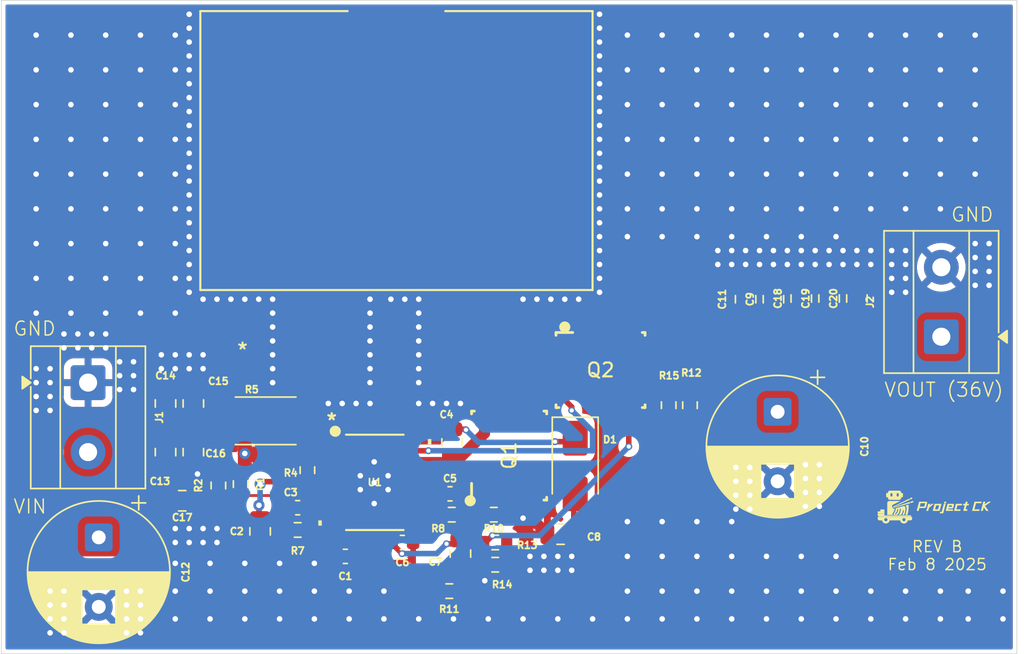
<source format=kicad_pcb>
(kicad_pcb (version 20241229) (generator "pcbnew") (generator_version "9.0")
  (title_block (title "15-22V Boost converter") (date "2026-02-08") (rev "B"))
  (layers (0 "F.Cu" signal) (4 "In1.Cu" signal) (6 "In2.Cu" signal) (2 "B.Cu" signal) (13 "F.Paste" user) (15 "B.Paste" user) (5 "F.SilkS" user "F.Silkscreen") (7 "B.SilkS" user "B.Silkscreen") (1 "F.Mask" user) (3 "B.Mask" user) (25 "Edge.Cuts" user))
  (property "PROJECTNAME" "")
  (property "SHEETTOTAL" "1")
  (net 0 "")
  (net 1 "/SW")
  (net 2 "GND")
  (net 3 "/LO")
  (net 4 "+36V")
  (net 5 "/HO")
  (net 6 "+18V")
  (net 7 "/VIN")
  (net 8 "/SS")
  (net 9 "/BST")
  (net 10 "/RES")
  (net 11 "/COMP")
  (net 12 "FB")
  (net 13 "Net-(C7-Pad1)")
  (net 14 "/VCC")
  (net 15 "/UVLO")
  (net 16 "/SYNCIN")
  (net 17 "Net-(R10-Pad1)")
  (net 18 "/SLOPE")
  (net 19 "Net-(R13-Pad2)")
  (net 20 "/CSN")
  (footprint "Resistor_SMD:R_0603_1608Metric" (layer "F.Cu") (at 175.5 150.6 180)
    (property "Reference" "R14")
    (property "Value" "1.5kΩ")
  )
  (footprint "Capacitor_SMD:C_0805_2012Metric" (layer "F.Cu") (at 197.5 131.45 90)
    (property "Reference" "C18")
    (property "Value" "10uF")
  )
  (footprint "TerminalBlock_MetzConnect:TerminalBlock_MetzConnect_Type055_RT01502HDWU_1x02_P5.00mm_Horizontal" (layer "F.Cu") (at 207.5675 134.2 90)
    (property "Reference" "J2")
    (property "Value" "Conn_01x02_Socket")
  )
  (footprint "Capacitor_SMD:C_0805_2012Metric" (layer "F.Cu") (at 153.8 142.5 -90)
    (property "Reference" "C16")
    (property "Value" "10uF")
  )
  (footprint "Resistor_SMD:R_0603_1608Metric" (layer "F.Cu") (at 175.5 149)
    (property "Reference" "R13")
    (property "Value" "100Ω")
  )
  (footprint "Resistor_SMD:R_2512_6332Metric" (layer "F.Cu") (at 159 140.25)
    (property "Reference" "R5")
    (property "Value" "2mΩ")
  )
  (footprint "Capacitor_SMD:C_0805_2012Metric" (layer "F.Cu") (at 153.8 139 90)
    (property "Reference" "C15")
    (property "Value" "10uF")
  )
  (footprint "Resistor_SMD:R_0603_1608Metric" (layer "F.Cu") (at 172.2 152.5)
    (property "Reference" "R11")
    (property "Value" "12kΩ")
  )
  (footprint "Capacitor_SMD:C_0603_1608Metric" (layer "F.Cu") (at 161.3 146.5)
    (property "Reference" "C3")
    (property "Value" "220nF")
  )
  (footprint "Capacitor_SMD:C_0603_1608Metric" (layer "F.Cu") (at 164.725 150 180)
    (property "Reference" "C1")
    (property "Value" "150pF")
  )
  (footprint "Resistor_SMD:R_0603_1608Metric" (layer "F.Cu") (at 161.3 148.1)
    (property "Reference" "R7")
    (property "Value" "56kΩ")
  )
  (footprint "Capacitor_SMD:C_0805_2012Metric" (layer "F.Cu") (at 172.4 141.8 -90)
    (property "Reference" "C4")
    (property "Value" "1uF")
  )
  (footprint "Resistor_SMD:R_0603_1608Metric" (layer "F.Cu") (at 187.97 139.125 -90)
    (property "Reference" "R15")
    (property "Value" "270kΩ")
  )
  (footprint "Capacitor_SMD:C_0805_2012Metric" (layer "F.Cu") (at 199.5 131.45 90)
    (property "Reference" "C19")
    (property "Value" "10uF")
  )
  (footprint "Capacitor_SMD:C_0805_2012Metric" (layer "F.Cu") (at 195.5 131.5 90)
    (property "Reference" "C9")
    (property "Value" "10uF")
  )
  (footprint "Resistor_SMD:R_0603_1608Metric" (layer "F.Cu") (at 172.375 147)
    (property "Reference" "R8")
    (property "Value" "160kΩ")
  )
  (footprint "Resistor_SMD:R_0603_1608Metric" (layer "F.Cu") (at 175.4 147)
    (property "Reference" "R10")
    (property "Value" "2kΩ")
  )
  (footprint "Resistor_SMD:R_0603_1608Metric" (layer "F.Cu") (at 155.6 144.9 90)
    (property "Reference" "R2")
    (property "Value" "5.1kΩ")
  )
  (footprint "Resistor_SMD:R_0603_1608Metric" (layer "F.Cu") (at 162 143.8 -90)
    (property "Reference" "R4")
    (property "Value" "3.01Ω")
  )
  (footprint "Capacitor_SMD:C_0805_2012Metric" (layer "F.Cu") (at 151.8 139 90)
    (property "Reference" "C14")
    (property "Value" "10uF")
  )
  (footprint "Capacitor_SMD:C_0603_1608Metric" (layer "F.Cu") (at 172.25 145.5)
    (property "Reference" "C5")
    (property "Value" "470nF")
  )
  (footprint "Boost_Converter_Footprint_Library:HTSSOP20" (layer "F.Cu") (at 166.8448 144.675)
    (property "Reference" "U1")
    (property "Value" "LM5122QMHX/NOPB")
  )
  (footprint "Capacitor_THT:CP_Radial_D10.0mm_P5.00mm" (layer "F.Cu") (at 195.8 139.6 -90)
    (property "Reference" "C10")
    (property "Value" "470uF")
  )
  (footprint "Capacitor_SMD:C_0805_2012Metric" (layer "F.Cu") (at 151.8 142.5 -90)
    (property "Reference" "C13")
    (property "Value" "10uF")
  )
  (footprint "LOGO" (layer "F.Cu") (at 207 146)
    (property "Reference" "G***" (hide yes))
    (property "Value" "LOGO" (hide yes))
  )
  (footprint "Boost_Converter_Footprint_Library:DNK0008A" (layer "F.Cu") (at 176.5 142.75 90)
    (property "Reference" "Q1")
    (property "Value" "CSD18540Q5B")
  )
  (footprint "Capacitor_SMD:C_0603_1608Metric" (layer "F.Cu") (at 168.825 149 180)
    (property "Reference" "C6")
    (property "Value" "680pF")
  )
  (footprint "Capacitor_SMD:C_0805_2012Metric" (layer "F.Cu") (at 158.6 148.2 90)
    (property "Reference" "C2")
    (property "Value" "470nF")
  )
  (footprint "Capacitor_SMD:C_0805_2012Metric" (layer "F.Cu") (at 180.2 148.4 180)
    (property "Reference" "C8")
    (property "Value" "10uF")
  )
  (footprint "Resistor_SMD:R_0603_1608Metric" (layer "F.Cu") (at 189.5 139.125 -90)
    (property "Reference" "R12")
    (property "Value" "56kΩ")
  )
  (footprint "Capacitor_THT:CP_Radial_D10.0mm_P5.00mm" (layer "F.Cu") (at 147 148.632323 -90)
    (property "Reference" "C12")
    (property "Value" "470uF")
  )
  (footprint "Boost_Converter_Footprint_Library:DNK0008A" (layer "F.Cu") (at 183.069999 136.595)
    (property "Reference" "Q2")
    (property "Value" "CSD18540Q5B")
  )
  (footprint "Diode_SMD:D_SMA" (layer "F.Cu") (at 181.25 143.5 -90)
    (property "Reference" "D1")
    (property "Value" "D_Schottky")
  )
  (footprint "Capacitor_SMD:C_0805_2012Metric" (layer "F.Cu") (at 153 146)
    (property "Reference" "C17")
    (property "Value" "10uF")
  )
  (footprint "Capacitor_SMD:C_0805_2012Metric" (layer "F.Cu") (at 193.5 131.5 90)
    (property "Reference" "C11")
    (property "Value" "10uF")
  )
  (footprint "Resistor_SMD:R_0603_1608Metric" (layer "F.Cu") (at 157.2 144.8 -90)
    (property "Reference" "R1")
    (property "Value" "49.9kΩ")
  )
  (footprint "Capacitor_SMD:C_0805_2012Metric" (layer "F.Cu") (at 173 149.8 90)
    (property "Reference" "C7")
    (property "Value" "47nF")
  )
  (footprint "TerminalBlock_MetzConnect:TerminalBlock_MetzConnect_Type055_RT01502HDWU_1x02_P5.00mm_Horizontal" (layer "F.Cu") (at 146.2325 137.5 -90)
    (property "Reference" "J1")
    (property "Value" "Conn_01x02_Socket")
  )
  (footprint "Boost_Converter_Footprint_Library:IND_SER2918H_COC" (layer "F.Cu") (at 168.4 120.8063)
    (property "Reference" "L1" (hide yes))
    (property "Value" "22uH" (hide yes))
  )
  (footprint "Capacitor_SMD:C_0805_2012Metric" (layer "F.Cu") (at 201.5 131.45 90)
    (property "Reference" "C20")
    (property "Value" "10uF")
  )
  (gr_circle (center 180.5 133.5) (end 180.8 133.5) (stroke (width 0.2)) (fill yes) (layer "F.SilkS"))
  (gr_circle (center 164 141) (end 164.3 141) (stroke (width 0.2)) (fill yes) (layer "F.SilkS"))
  (gr_circle (center 173.7 146) (end 174 146) (stroke (width 0.2)) (fill yes) (layer "F.SilkS"))
  (gr_line (start 140 110) (end 140 157) (stroke (width 0.05)) (layer "Edge.Cuts"))
  (gr_line (start 140 157) (end 213 157) (stroke (width 0.05)) (layer "Edge.Cuts"))
  (gr_line (start 213 110) (end 140 110) (stroke (width 0.05)) (layer "Edge.Cuts"))
  (gr_line (start 213 157) (end 213 110) (stroke (width 0.05)) (layer "Edge.Cuts"))
  (gr_text "REV B\nFeb 8 2025" (at 207.2715 151.054636 0) (layer "F.SilkS") (effects (font (size 0.8 0.8) (thickness 0.1)) (justify bottom)))
  (gr_text "GND" (at 208.2 126 0) (layer "F.SilkS") (effects (font (size 1 1) (thickness 0.1)) (justify left bottom)))
  (gr_text "GND" (at 140.8 134.2 0) (layer "F.SilkS") (effects (font (size 1 1) (thickness 0.1)) (justify left bottom)))
  (gr_text "VIN" (at 140.8 147 0) (layer "F.SilkS") (effects (font (size 1 1) (thickness 0.1)) (justify left bottom)))
  (gr_text "VOUT (36V)" (at 203.4 138.6 0) (layer "F.SilkS") (effects (font (size 1 1) (thickness 0.1)) (justify left bottom)))
  (segment (start 172.199998 143.050002) (end 172.4 142.85) (width 0.4) (layer "F.Cu") (net 1))
  (segment (start 172.099998 143.050002) (end 172.4 142.75) (width 0.4) (layer "F.Cu") (net 1))
  (segment (start 169.6896 143.050002) (end 172.099998 143.050002) (width 0.4) (layer "F.Cu") (net 1))
  (segment (start 173.125 142.75) (end 174.73 141.145) (width 0.8) (layer "F.Cu") (net 1))
  (segment (start 172.4 142.75) (end 173.125 142.75) (width 0.8) (layer "F.Cu") (net 1))
  (segment (start 174.73 141.145) (end 174.73 140.110002) (width 0.8) (layer "F.Cu") (net 1))
  (segment (start 174.575 150.6) (end 174.575 151.575) (width 0.8) (layer "F.Cu") (net 2))
  (segment (start 167.169801 145.000001) (end 166.8448 144.675) (width 0.4) (layer "F.Cu") (net 2))
  (segment (start 160.475 150.025) (end 160 150.5) (width 0.4) (layer "F.Cu") (net 2))
  (segment (start 160.525 148.05) (end 160.475 148.1) (width 0.4) (layer "F.Cu") (net 2))
  (segment (start 178.1 147.25) (end 179.25 148.4) (width 0.8) (layer "F.Cu") (net 2))
  (segment (start 169.6896 145.000001) (end 167.169801 145.000001) (width 0.4) (layer "F.Cu") (net 2))
  (segment (start 160.525 146.5) (end 160.525 148.05) (width 0.4) (layer "F.Cu") (net 2))
  (segment (start 169.6896 146.300001) (end 168.469801 146.300001) (width 0.4) (layer "F.Cu") (net 2))
  (segment (start 166.8448 144.133601) (end 165.1112 142.400001) (width 0.4) (layer "F.Cu") (net 2))
  (segment (start 160.475 148.1) (end 160.475 150.025) (width 0.4) (layer "F.Cu") (net 2))
  (segment (start 174.575 151.575) (end 174.75 151.75) (width 0.8) (layer "F.Cu") (net 2))
  (segment (start 165.1112 142.400001) (end 164 142.400001) (width 0.4) (layer "F.Cu") (net 2))
  (segment (start 166.8448 144.675) (end 166.8448 144.133601) (width 0.4) (layer "F.Cu") (net 2))
  (segment (start 164 141.75) (end 164.5334 141.75) (width 0.4) (layer "F.Cu") (net 2))
  (segment (start 164 146.949999) (end 165.1112 146.949999) (width 0.4) (layer "F.Cu") (net 2))
  (segment (start 164.5334 141.75) (end 166.8448 144.0614) (width 0.4) (layer "F.Cu") (net 2))
  (segment (start 177.5 147.25) (end 178.1 147.25) (width 0.8) (layer "F.Cu") (net 2))
  (segment (start 165.1112 146.949999) (end 166.8 145.261199) (width 0.4) (layer "F.Cu") (net 2))
  (segment (start 166.8448 144.0614) (end 166.8448 144.675) (width 0.4) (layer "F.Cu") (net 2))
  (segment (start 168.469801 146.300001) (end 166.8448 144.675) (width 0.4) (layer "F.Cu") (net 2))
  (segment (start 155.8 144.075) (end 154.1 144.075) (width 0.4) (layer "F.Cu") (net 2))
  (segment (start 166.8 145.261199) (end 166.8 144.7) (width 0.4) (layer "F.Cu") (net 2))
  (via (at 200 127) (size 0.8) (drill 0.4) (layers "F.Cu" "B.Cu") (net 2))
  (via (at 187.5 147.5) (size 0.8) (drill 0.4) (layers "F.Cu" "B.Cu") (net 2))
  (via (at 152.5 120) (size 0.8) (drill 0.4) (layers "F.Cu" "B.Cu") (net 2))
  (via (at 187.5 154.5) (size 0.8) (drill 0.4) (layers "F.Cu" "B.Cu") (net 2))
  (via (at 183 130) (size 0.8) (drill 0.4) (layers "F.Cu" "B.Cu") (net 2))
  (via (at 210 117.5) (size 0.8) (drill 0.4) (layers "F.Cu" "B.Cu") (net 2))
  (via (at 183 114) (size 0.8) (drill 0.4) (layers "F.Cu" "B.Cu") (net 2))
  (via (at 183 117) (size 0.8) (drill 0.4) (layers "F.Cu" "B.Cu") (net 2))
  (via (at 195.5 128) (size 0.8) (drill 0.4) (layers "F.Cu" "B.Cu") (net 2))
  (via (at 167.5 152.5) (size 0.8) (drill 0.4) (layers "F.Cu" "B.Cu") (net 2))
  (via (at 190 150) (size 0.8) (drill 0.4) (layers "F.Cu" "B.Cu") (net 2))
  (via (at 192.5 125) (size 0.8) (drill 0.4) (layers "F.Cu" "B.Cu") (net 2))
  (via (at 200 154.5) (size 0.8) (drill 0.4) (layers "F.Cu" "B.Cu") (net 2))
  (via (at 149 154.5) (size 0.8) (drill 0.4) (layers "F.Cu" "B.Cu") (net 2))
  (via (at 183 116) (size 0.8) (drill 0.4) (layers "F.Cu" "B.Cu") (net 2))
  (via (at 145 122.5) (size 0.8) (drill 0.4) (layers "F.Cu" "B.Cu") (net 2))
  (via (at 155.5 149) (size 0.8) (drill 0.4) (layers "F.Cu" "B.Cu") (net 2))
  (via (at 147.5 117.5) (size 0.8) (drill 0.4) (layers "F.Cu" "B.Cu") (net 2))
  (via (at 210 122.5) (size 0.8) (drill 0.4) (layers "F.Cu" "B.Cu") (net 2))
  (via (at 145 112.5) (size 0.8) (drill 0.4) (layers "F.Cu" "B.Cu") (net 2))
  (via (at 197.8 146.4) (size 0.8) (drill 0.4) (layers "F.Cu" "B.Cu") (net 2))
  (via (at 144.5 135) (size 0.8) (drill 0.4) (layers "F.Cu" "B.Cu") (net 2))
  (via (at 164.5 139) (size 0.8) (drill 0.4) (layers "F.Cu" "B.Cu") (net 2))
  (via (at 177.5 154.5) (size 0.8) (drill 0.4) (layers "F.Cu" "B.Cu") (net 2))
  (via (at 211 129.5) (size 0.8) (drill 0.4) (layers "F.Cu" "B.Cu") (net 2))
  (via (at 145 130) (size 0.8) (drill 0.4) (layers "F.Cu" "B.Cu") (net 2))
  (via (at 192.5 147.5) (size 0.8) (drill 0.4) (layers "F.Cu" "B.Cu") (net 2))
  (via (at 145 125) (size 0.8) (drill 0.4) (layers "F.Cu" "B.Cu") (net 2))
  (via (at 182.5 154.5) (size 0.8) (drill 0.4) (layers "F.Cu" "B.Cu") (net 2))
  (via (at 193.8 143.6) (size 0.8) (drill 0.4) (layers "F.Cu" "B.Cu") (net 2))
  (via (at 211 127.5) (size 0.8) (drill 0.4) (layers "F.Cu" "B.Cu") (net 2))
  (via (at 175 154.5) (size 0.8) (drill 0.4) (layers "F.Cu" "B.Cu") (net 2))
  (via (at 158.5 131.5) (size 0.8) (drill 0.4) (layers "F.Cu" "B.Cu") (net 2))
  (via (at 195 115) (size 0.8) (drill 0.4) (layers "F.Cu" "B.Cu") (net 2))
  (via (at 197.5 128) (size 0.8) (drill 0.4) (layers "F.Cu" "B.Cu") (net 2))
  (via (at 200.5 129) (size 0.8) (drill 0.4) (layers "F.Cu" "B.Cu") (net 2))
  (via (at 205 112.5) (size 0.8) (drill 0.4) (layers "F.Cu" "B.Cu") (net 2))
  (via (at 177.5 131.5) (size 0.8) (drill 0.4) (layers "F.Cu" "B.Cu") (net 2))
  (via (at 207.5 120) (size 0.8) (drill 0.4) (layers "F.Cu" "B.Cu") (net 2))
  (via (at 152.5 122.5) (size 0.8) (drill 0.4) (layers "F.Cu" "B.Cu") (net 2))
  (via (at 210 112.5) (size 0.8) (drill 0.4) (layers "F.Cu" "B.Cu") (net 2))
  (via (at 154.5 135.5) (size 0.8) (drill 0.4) (layers "F.Cu" "B.Cu") (net 2))
  (via (at 200 125) (size 0.8) (drill 0.4) (layers "F.Cu" "B.Cu") (net 2))
  (via (at 201.5 128) (size 0.8) (drill 0.4) (layers "F.Cu" "B.Cu") (net 2))
  (via (at 195.5 129) (size 0.8) (drill 0.4) (layers "F.Cu" "B.Cu") (net 2))
  (via (at 146.5 134) (size 0.8) (drill 0.4) (layers "F.Cu" "B.Cu") (net 2))
  (via (at 159.5 134.5) (size 0.8) (drill 0.4) (layers "F.Cu" "B.Cu") (net 2))
  (via (at 192.5 120) (size 0.8) (drill 0.4) (layers "F.Cu" "B.Cu") (net 2))
  (via (at 165 154.5) (size 0.8) (drill 0.4) (layers "F.Cu" "B.Cu") (net 2))
  (via (at 195 117.5) (size 0.8) (drill 0.4) (layers "F.Cu" "B.Cu") (net 2))
  (via (at 171 139) (size 0.8) (drill 0.4) (layers "F.Cu" "B.Cu") (net 2))
  (via (at 185 115) (size 0.8) (drill 0.4) (layers "F.Cu" "B.Cu") (net 2))
  (via (at 153.5 131) (size 0.8) (drill 0.4) (layers "F.Cu" "B.Cu") (net 2))
  (via (at 209.5 152.5) (size 0.8) (drill 0.4) (layers "F.Cu" "B.Cu") (net 2))
  (via (at 154.5 149) (size 0.8) (drill 0.4) (layers "F.Cu" "B.Cu") (net 2))
  (via (at 199.5 129) (size 0.8) (drill 0.4) (layers "F.Cu" "B.Cu") (net 2))
  (via (at 200 115) (size 0.8) (drill 0.4) (layers "F.Cu" "B.Cu") (net 2))
  (via (at 187.5 125) (size 0.8) (drill 0.4) (layers "F.Cu" "B.Cu") (net 2))
  (via (at 168 131.5) (size 0.8) (drill 0.4) (layers "F.Cu" "B.Cu") (net 2))
  (via (at 148.5 138) (size 0.8) (drill 0.4) (layers "F.Cu" "B.Cu") (net 2))
  (via (at 185 127) (size 0.8) (drill 0.4) (layers "F.Cu" "B.Cu") (net 2))
  (via (at 187.5 120) (size 0.8) (drill 0.4) (layers "F.Cu" "B.Cu") (net 2))
  (via (at 174.75 151.75) (size 0.8) (drill 0.4) (layers "F.Cu" "B.Cu") (net 2))
  (via (at 166.5 131.5) (size 0.8) (drill 0.4) (layers "F.Cu" "B.Cu") (net 2))
  (via (at 147.5 132.5) (size 0.8) (drill 0.4) (layers "F.Cu" "B.Cu") (net 2))
  (via (at 152.5 148) (size 0.8) (drill 0.4) (layers "F.Cu" "B.Cu") (net 2))
  (via (at 197.8 145.4) (size 0.8) (drill 0.4) (layers "F.Cu" "B.Cu") (net 2))
  (via (at 183 127) (size 0.8) (drill 0.4) (layers "F.Cu" "B.Cu") (net 2))
  (via (at 183 131) (size 0.8) (drill 0.4) (layers "F.Cu" "B.Cu") (net 2))
  (via (at 198.8 146.4) (size 0.8) (drill 0.4) (layers "F.Cu" "B.Cu") (net 2))
  (via (at 159.5 137.5) (size 0.8) (drill 0.4) (layers "F.Cu" "B.Cu") (net 2))
  (via (at 202.5 128) (size 0.8) (drill 0.4) (layers "F.Cu" "B.Cu") (net 2))
  (via (at 192.8 144.6) (size 0.8) (drill 0.4) (layers "F.Cu" "B.Cu") (net 2))
  (via (at 143.5 138.5) (size 0.8) (drill 0.4) (layers "F.Cu" "B.Cu") (net 2))
  (via (at 153.5 117) (size 0.8) (drill 0.4) (layers "F.Cu" "B.Cu") (net 2))
  (via (at 198.8 145.4) (size 0.8) (drill 0.4) (layers "F.Cu" "B.Cu") (net 2))
  (via (at 185 154.5) (size 0.8) (drill 0.4) (layers "F.Cu" "B.Cu") (net 2))
  (via (at 145.5 134) (size 0.8) (drill 0.4) (layers "F.Cu" "B.Cu") (net 2))
  (via (at 190 120) (size 0.8) (drill 0.4) (layers "F.Cu" "B.Cu") (net 2))
  (via (at 205 131) (size 0.8) (drill 0.4) (layers "F.Cu" "B.Cu") (net 2))
  (via (at 192.5 128) (size 0.8) (drill 0.4) (layers "F.Cu" "B.Cu") (net 2))
  (via (at 152.5 117.5) (size 0.8) (drill 0.4) (layers "F.Cu" "B.Cu") (net 2))
  (via (at 205 115) (size 0.8) (drill 0.4) (layers "F.Cu" "B.Cu") (net 2))
  (via (at 152.5 125) (size 0.8) (drill 0.4) (layers "F.Cu" "B.Cu") (net 2))
  (via (at 142.5 132.5) (size 0.8) (drill 0.4) (layers "F.Cu" "B.Cu") (net 2))
  (via (at 205 152.5) (size 0.8) (drill 0.4) (layers "F.Cu" "B.Cu") (net 2))
  (via (at 170 154.5) (size 0.8) (drill 0.4) (layers "F.Cu" "B.Cu") (net 2))
  (via (at 205 154.5) (size 0.8) (drill 0.4) (layers "F.Cu" "B.Cu") (net 2))
  (via (at 152.5 149) (size 0.8) (drill 0.4) (layers "F.Cu" "B.Cu") (net 2))
  (via (at 153.5 116) (size 0.8) (drill 0.4) (layers "F.Cu" "B.Cu") (net 2))
  (via (at 149 152.5) (size 0.8) (drill 0.4) (layers "F.Cu" "B.Cu") (net 2))
  (via (at 195 152.5) (size 0.8) (drill 0.4) (layers "F.Cu" "B.Cu") (net 2))
  (via (at 197.5 152.5) (size 0.8) (drill 0.4) (layers "F.Cu" "B.Cu") (net 2))
  (via (at 147.5 130) (size 0.8) (drill 0.4) (layers "F.Cu" "B.Cu") (net 2))
  (via (at 192.5 152.5) (size 0.8) (drill 0.4) (layers "F.Cu" "B.Cu") (net 2))
  (via (at 147.5 125) (size 0.8) (drill 0.4) (layers "F.Cu" "B.Cu") (net 2))
  (via (at 192.8 143.6) (size 0.8) (drill 0.4) (layers "F.Cu" "B.Cu") (net 2))
  (via (at 183 123) (size 0.8) (drill 0.4) (layers "F.Cu" "B.Cu") (net 2))
  (via (at 166.5 132.5) (size 0.8) (drill 0.4) (layers "F.Cu" "B.Cu") (net 2))
  (via (at 154.5 136.5) (size 0.8) (drill 0.4) (layers "F.Cu" "B.Cu") (net 2))
  (via (at 205 120) (size 0.8) (drill 0.4) (layers "F.Cu" "B.Cu") (net 2))
  (via (at 183 124) (size 0.8) (drill 0.4) (layers "F.Cu" "B.Cu") (net 2))
  (via (at 152.5 112.5) (size 0.8) (drill 0.4) (layers "F.Cu" "B.Cu") (net 2))
  (via (at 144.5 153.5) (size 0.8) (drill 0.4) (layers "F.Cu" "B.Cu") (net 2))
  (via (at 210 120) (size 0.8) (drill 0.4) (layers "F.Cu" "B.Cu") (net 2))
  (via (at 147.5 122.5) (size 0.8) (drill 0.4) (layers "F.Cu" "B.Cu") (net 2))
  (via (at 179 151) (size 0.8) (drill 0.4) (layers "F.Cu" "B.Cu") (net 2))
  (via (at 185 150) (size 0.8) (drill 0.4) (layers "F.Cu" "B.Cu") (net 2))
  (via (at 202.5 125) (size 0.8) (drill 0.4) (layers "F.Cu" "B.Cu") (net 2))
  (via (at 202.5 117.5) (size 0.8) (drill 0.4) (layers "F.Cu" "B.Cu") (net 2))
  (via (at 197.5 122.5) (size 0.8) (drill 0.4) (layers "F.Cu" "B.Cu") (net 2))
  (via (at 153.5 113) (size 0.8) (drill 0.4) (layers "F.Cu" "B.Cu") (net 2))
  (via (at 195 127) (size 0.8) (drill 0.4) (layers "F.Cu" "B.Cu") (net 2))
  (via (at 185 147.5) (size 0.8) (drill 0.4) (layers "F.Cu" "B.Cu") (net 2))
  (via (at 153.5 119) (size 0.8) (drill 0.4) (layers "F.Cu" "B.Cu") (net 2))
  (via (at 183 129) (size 0.8) (drill 0.4) (layers "F.Cu" "B.Cu") (net 2))
  (via (at 209.5 154.5) (size 0.8) (drill 0.4) (layers "F.Cu" "B.Cu") (net 2))
  (via (at 170 139) (size 0.8) (drill 0.4) (layers "F.Cu" "B.Cu") (net 2))
  (via (at 193.8 145.6) (size 0.8) (drill 0.4) (layers "F.Cu" "B.Cu") (net 2))
  (via (at 145.5 135) (size 0.8) (drill 0.4) (layers "F.Cu" "B.Cu") (net 2))
  (via (at 192.5 154.5) (size 0.8) (drill 0.4) (layers "F.Cu" "B.Cu") (net 2))
  (via (at 183 119) (size 0.8) (drill 0.4) (layers "F.Cu" "B.Cu") (net 2))
  (via (at 153.5 122) (size 0.8) (drill 0.4) (layers "F.Cu" "B.Cu") (net 2))
  (via (at 152.5 135.5) (size 0.8) (drill 0.4) (layers "F.Cu" "B.Cu") (net 2))
  (via (at 148.5 137) (size 0.8) (drill 0.4) (layers "F.Cu" "B.Cu") (net 2))
  (via (at 167.8 144.2) (size 0.8) (drill 0.4) (layers "F.Cu" "B.Cu") (net 2))
  (via (at 153.5 118) (size 0.8) (drill 0.4) (layers "F.Cu" "B.Cu") (net 2))
  (via (at 147.5 115) (size 0.8) (drill 0.4) (layers "F.Cu" "B.Cu") (net 2))
  (via (at 192.5 150) (size 0.8) (drill 0.4) (layers "F.Cu" "B.Cu") (net 2))
  (via (at 149 155.5) (size 0.8) (drill 0.4) (layers "F.Cu" "B.Cu") (net 2))
  (via (at 166.5 133.5) (size 0.8) (drill 0.4) (layers "F.Cu" "B.Cu") (net 2))
  (via (at 177.5 147.25) (size 0.8) (drill 0.4) (layers "F.Cu" "B.Cu") (net 2))
  (via (at 197.5 154.5) (size 0.8) (drill 0.4) (layers "F.Cu" "B.Cu") (net 2))
  (via (at 149.5 138) (size 0.8) (drill 0.4) (layers "F.Cu" "B.Cu") (net 2))
  (via (at 185 117.5) (size 0.8) (drill 0.4) (layers "F.Cu" "B.Cu") (net 2))
  (via (at 142.5 112.5) (size 0.8) (drill 0.4) (layers "F.Cu" "B.Cu") (net 2))
  (via (at 197.5 129) (size 0.8) (drill 0.4) (layers "F.Cu" "B.Cu") (net 2))
  (via (at 160 150.5) (size 0.8) (drill 0.4) (layers "F.Cu" "B.Cu") (net 2))
  (via (at 190 127) (size 0.8) (drill 0.4) (layers "F.Cu" "B.Cu") (net 2))
  (via (at 190 147.5) (size 0.8) (drill 0.4) (layers "F.Cu" "B.Cu") (net 2))
  (via (at 162.5 152.5) (size 0.8) (drill 0.4) (layers "F.Cu" "B.Cu") (net 2))
  (via (at 195 125) (size 0.8) (drill 0.4) (layers "F.Cu" "B.Cu") (net 2))
  (via (at 153.5 149) (size 0.8) (drill 0.4) (layers "F.Cu" "B.Cu") (net 2))
  (via (at 212 154.5) (size 0.8) (drill 0.4) (layers "F.Cu" "B.Cu") (net 2))
  (via (at 145 120) (size 0.8) (drill 0.4) (layers "F.Cu" "B.Cu") (net 2))
  (via (at 155 154.5) (size 0.8) (drill 0.4) (layers "F.Cu" "B.Cu") (net 2))
  (via (at 152.5 136.5) (size 0.8) (drill 0.4) (layers "F.Cu" "B.Cu") (net 2))
  (via (at 152.5 130) (size 0.8) (drill 0.4) (layers "F.Cu" "B.Cu") (net 2))
  (via (at 143.5 137.5) (size 0.8) (drill 0.4) (layers "F.Cu" "B.Cu") (net 2))
  (via (at 159.5 131.5) (size 0.8) (drill 0.4) (layers "F.Cu" "B.Cu") (net 2))
  (via (at 145 132.5) (size 0.8) (drill 0.4) (layers "F.Cu" "B.Cu") (net 2))
  (via (at 153.5 130) (size 0.8) (drill 0.4) (layers "F.Cu" "B.Cu") (net 2))
  (via (at 202.5 120) (size 0.8) (drill 0.4) (layers "F.Cu" "B.Cu") (net 2))
  (via (at 205 122.5) (size 0.8) (drill 0.4) (layers "F.Cu" "B.Cu") (net 2))
  (via (at 145 115) (size 0.8) (drill 0.4) (layers "F.Cu" "B.Cu") (net 2))
  (via (at 197.5 115) (size 0.8) (drill 0.4) (layers "F.Cu" "B.Cu") (net 2))
  (via (at 205 117.5) (size 0.8) (drill 0.4) (layers "F.Cu" "B.Cu") (net 2))
  (via (at 150 112.5) (size 0.8) (drill 0.4) (layers "F.Cu" "B.Cu") (net 2))
  (via (at 143.5 152.5) (size 0.8) (drill 0.4) (layers "F.Cu" "B.Cu") (net 2))
  (via (at 198.5 128) (size 0.8) (drill 0.4) (layers "F.Cu" "B.Cu") (net 2))
  (via (at 153.5 135.5) (size 0.8) (drill 0.4) (layers "F.Cu" "B.Cu") (net 2))
  (via (at 202.5 154.5) (size 0.8) (drill 0.4) (layers "F.Cu" "B.Cu") (net 2))
  (via (at 170 132.5) (size 0.8) (drill 0.4) (layers "F.Cu" "B.Cu") (net 2))
  (via (at 195 122.5) (size 0.8) (drill 0.4) (layers "F.Cu" "B.Cu") (net 2))
  (via (at 183 118) (size 0.8) (drill 0.4) (layers "F.Cu" "B.Cu") (net 2))
  (via (at 181 151) (size 0.8) (drill 0.4) (layers "F.Cu" "B.Cu") (net 2))
  (via (at 193.8 144.6) (size 0.8) (drill 0.4) (layers "F.Cu" "B.Cu") (net 2))
  (via (at 142.5 125) (size 0.8) (drill 0.4) (layers "F.Cu" "B.Cu") (net 2))
  (via (at 181.5 131.5) (size 0.8) (drill 0.4) (layers "F.Cu" "B.Cu") (net 2))
  (via (at 197.5 127) (size 0.8) (drill 0.4) (layers "F.Cu" "B.Cu") (net 2))
  (via (at 149.5 136) (size 0.8) (drill 0.4) (layers "F.Cu" "B.Cu") (net 2))
  (via (at 180.5 131.5) (size 0.8) (drill 0.4) (layers "F.Cu" "B.Cu") (net 2))
  (via (at 147.5 112.5) (size 0.8) (drill 0.4) (layers "F.Cu" "B.Cu") (net 2))
  (via (at 187.5 117.5) (size 0.8) (drill 0.4) (layers "F.Cu" "B.Cu") (net 2))
  (via (at 153.5 111) (size 0.8) (drill 0.4) (layers "F.Cu" "B.Cu") (net 2))
  (via (at 170 135.5) (size 0.8) (drill 0.4) (layers "F.Cu" "B.Cu") (net 2))
  (via (at 200 112.5) (size 0.8) (drill 0.4) (layers "F.Cu" "B.Cu") (net 2))
  (via (at 204 129) (size 0.8) (drill 0.4) (layers "F.Cu" "B.Cu") (net 2))
  (via (at 183 121) (size 0.8) (drill 0.4) (layers "F.Cu" "B.Cu") (net 2))
  (via (at 183 120) (size 0.8) (drill 0.4) (layers "F.Cu" "B.Cu") (net 2))
  (via (at 198.5 129) (size 0.8) (drill 0.4) (layers "F.Cu" "B.Cu") (net 2))
  (via (at 210 115) (size 0.8) (drill 0.4) (layers "F.Cu" "B.Cu") (net 2))
  (via (at 202.5 115) (size 0.8) (drill 0.4) (layers "F.Cu" "B.Cu") (net 2))
  (via (at 195 154.5) (size 0.8) (drill 0.4) (layers "F.Cu" "B.Cu") (net 2))
  (via (at 183 113) (size 0.8) (drill 0.4) (layers "F.Cu" "B.Cu") (net 2))
  (via (at 155 150.5) (size 0.8) (drill 0.4) (layers "F.Cu" "B.Cu") (net 2))
  (via (at 153.5 136.5) (size 0.8) (drill 0.4) (layers "F.Cu" "B.Cu") (net 2))
  (via (at 166.5 137.5) (size 0.8) (drill 0.4) (layers "F.Cu" "B.Cu") (net 2))
  (via (at 163.5 139) (size 0.8) (drill 0.4) (layers "F.Cu" "B.Cu") (net 2))
  (via (at 190 115) (size 0.8) (drill 0.4) (layers "F.Cu" "B.Cu") (net 2))
  (via (at 155.5 131.5) (size 0.8) (drill 0.4) (layers "F.Cu" "B.Cu") (net 2))
  (via (at 165.8 144.2) (size 0.8) (drill 0.4) (layers "F.Cu" "B.Cu") (net 2))
  (via (at 152.5 115) (size 0.8) (drill 0.4) (layers "F.Cu" "B.Cu") (net 2))
  (via (at 190 152.5) (size 0.8) (drill 0.4) (layers "F.Cu" "B.Cu") (net 2))
  (via (at 150 120) (size 0.8) (drill 0.4) (layers "F.Cu" "B.Cu") (net 2))
  (via (at 150 154.5) (size 0.8) (drill 0.4) (layers "F.Cu" "B.Cu") (net 2))
  (via (at 195 120) (size 0.8) (drill 0.4) (layers "F.Cu" "B.Cu") (net 2))
  (via (at 201.5 129) (size 0.8) (drill 0.4) (layers "F.Cu" "B.Cu") (net 2))
  (via (at 185 120) (size 0.8) (drill 0.4) (layers "F.Cu" "B.Cu") (net 2))
  (via (at 193.5 128) (size 0.8) (drill 0.4) (layers "F.Cu" "B.Cu") (net 2))
  (via (at 150 152.5) (size 0.8) (drill 0.4) (layers "F.Cu" "B.Cu") (net 2))
  (via (at 205 129) (size 0.8) (drill 0.4) (layers "F.Cu" "B.Cu") (net 2))
  (via (at 178 151) (size 0.8) (drill 0.4) (layers "F.Cu" "B.Cu") (net 2))
  (via (at 207.5 115) (size 0.8) (drill 0.4) (layers "F.Cu" "B.Cu") (net 2))
  (via (at 142.5 138.5) (size 0.8) (drill 0.4) (layers "F.Cu" "B.Cu") (net 2))
  (via (at 165 152.5) (size 0.8) (drill 0.4) (layers "F.Cu" "B.Cu") (net 2))
  (via (at 162.5 150.5) (size 0.8) (drill 0.4) (layers "F.Cu" "B.Cu") (net 2))
  (via (at 153.5 126) (size 0.8) (drill 0.4) (layers "F.Cu" "B.Cu") (net 2))
  (via (at 202.5 122.5) (size 0.8) (drill 0.4) (layers "F.Cu" "B.Cu") (net 2))
  (via (at 183 112) (size 0.8) (drill 0.4) (layers "F.Cu" "B.Cu") (net 2))
  (via (at 197.5 125) (size 0.8) (drill 0.4) (layers "F.Cu" "B.Cu") (net 2))
  (via (at 143.5 136.5) (size 0.8) (drill 0.4) (layers "F.Cu" "B.Cu") (net 2))
  (via (at 150 117.5) (size 0.8) (drill 0.4) (layers "F.Cu" "B.Cu") (net 2))
  (via (at 144.5 152.5) (size 0.8) (drill 0.4) (layers "F.Cu" "B.Cu") (net 2))
  (via (at 202.5 112.5) (size 0.8) (drill 0.4) (layers "F.Cu" "B.Cu") (net 2))
  (via (at 150 153.5) (size 0.8) (drill 0.4) (layers "F.Cu" "B.Cu") (net 2))
  (via (at 144.5 154.5) (size 0.8) (drill 0.4) (layers "F.Cu" "B.Cu") (net 2))
  (via (at 195 112.5) (size 0.8) (drill 0.4) (layers "F.Cu" "B.Cu") (net 2))
  (via (at 145 127.5) (size 0.8) (drill 0.4) (layers "F.Cu" "B.Cu") (net 2))
  (via (at 190 154.5) (size 0.8) (drill 0.4) (layers "F.Cu" "B.Cu") (net 2))
  (via (at 151.5 136.5) (size 0.8) (drill 0.4) (layers "F.Cu" "B.Cu") (net 2))
  (via (at 157.5 131.5) (size 0.8) (drill 0.4) (layers "F.Cu" "B.Cu") (net 2))
  (via (at 170 131.5) (size 0.8) (drill 0.4) (layers "F.Cu" "B.Cu") (net 2))
  (via (at 179 150) (size 0.8) (drill 0.4) (layers "F.Cu" "B.Cu") (net 2))
  (via (at 159.5 132.5) (size 0.8) (drill 0.4) (layers "F.Cu" "B.Cu") (net 2))
  (via (at 207.5 154.5) (size 0.8) (drill 0.4) (layers "F.Cu" "B.Cu") (net 2))
  (via (at 169 131.5) (size 0.8) (drill 0.4) (layers "F.Cu" "B.Cu") (net 2))
  (via (at 200.5 128) (size 0.8) (drill 0.4) (layers "F.Cu" "B.Cu") (net 2))
  (via (at 153.5 114) (size 0.8) (drill 0.4) (layers "F.Cu" "B.Cu") (net 2))
  (via (at 167.8 145.2) (size 0.8) (drill 0.4) (layers "F.Cu" "B.Cu") (net 2))
  (via (at 147.5 127.5) (size 0.8) (drill 0.4) (layers "F.Cu" "B.Cu") (net 2))
  (via (at 195 150) (size 0.8) (drill 0.4) (layers "F.Cu" "B.Cu") (net 2))
  (via (at 153.5 112) (size 0.8) (drill 0.4) (layers "F.Cu" "B.Cu") (net 2))
  (via (at 170 136.5) (size 0.8) (drill 0.4) (layers "F.Cu" "B.Cu") (net 2))
  (via (at 197.5 120) (size 0.8) (drill 0.4) (layers "F.Cu" "B.Cu") (net 2))
  (via (at 160 152.5) (size 0.8) (drill 0.4) (layers "F.Cu" "B.Cu") (net 2))
  (via (at 153.5 124) (size 0.8) (drill 0.4) (layers "F.Cu" "B.Cu") (net 2))
  (via (at 192.5 127) (size 0.8) (drill 0.4) (layers "F.Cu" "B.Cu") (net 2))
  (via (at 180 150) (size 0.8) (drill 0.4) (layers "F.Cu" "B.Cu") (net 2))
  (via (at 202.5 129) (size 0.8) (drill 0.4) (layers "F.Cu" "B.Cu") (net 2))
  (via (at 183 115) (size 0.8) (drill 0.4) (layers "F.Cu" "B.Cu") (net 2))
  (via (at 205 128) (size 0.8) (drill 0.4) (layers "F.Cu" "B.Cu") (net 2))
  (via (at 159.5 135.5) (size 0.8) (drill 0.4) (layers "F.Cu" "B.Cu") (net 2))
  (via (at 150 115) (size 0.8) (drill 0.4) (layers "F.Cu" "B.Cu") (net 2))
  (via (at 191.5 129) (size 0.8) (drill 0.4) (layers "F.Cu" "B.Cu") (net 2))
  (via (at 166.8 146.2) (size 0.8) (drill 0.4) (layers "F.Cu" "B.Cu") (net 2))
  (via (at 154.5 148) (size 0.8) (drill 0.4) (layers "F.Cu" "B.Cu") (net 2))
  (via (at 200 120) (size 0.8) (drill 0.4) (layers "F.Cu" "B.Cu") (net 2))
  (via (at 172.5 154.5) (size 0.8) (drill 0.4) (layers "F.Cu" "B.Cu") (net 2))
  (via (at 166.8 144.7) (size 0.8) (drill 0.4) (layers "F.Cu" "B.Cu") (net 2))
  (via (at 143.5 155.5) (size 0.8) (drill 0.4) (layers "F.Cu" "B.Cu") (net 2))
  (via (at 156.5 131.5) (size 0.8) (drill 0.4) (layers "F.Cu" "B.Cu") (net 2))
  (via (at 170 137.5) (size 0.8) (drill 0.4) (layers "F.Cu" "B.Cu") (net 2))
  (via (at 185 122.5) (size 0.8) (drill 0.4) (layers "F.Cu" "B.Cu") (net 2))
  (via (at 155.5 148) (size 0.8) (drill 0.4) (layers "F.Cu" "B.Cu") (net 2))
  (via (at 166.5 139) (size 0.8) (drill 0.4) (layers "F.Cu" "B.Cu") (net 2))
  (via (at 199.5 128) (size 0.8) (drill 0.4) (layers "F.Cu" "B.Cu") (net 2))
  (via (at 187.5 150) (size 0.8) (drill 0.4) (layers "F.Cu" "B.Cu") (net 2))
  (via (at 150 132.5) (size 0.8) (drill 0.4) (layers "F.Cu" "B.Cu") (net 2))
  (via (at 159.5 133.5) (size 0.8) (drill 0.4) (layers "F.Cu" "B.Cu") (net 2))
  (via (at 198.8 144.4) (size 0.8) (drill 0.4) (layers "F.Cu" "B.Cu") (net 2))
  (via (at 192.5 122.5) (size 0.8) (drill 0.4) (layers "F.Cu" "B.Cu") (net 2))
  (via (at 187.5 122.5) (size 0.8) (drill 0.4) (layers "F.Cu" "B.Cu") (net 2))
  (via (at 192.5 129) (size 0.8) (drill 0.4) (layers "F.Cu" "B.Cu") (net 2))
  (via (at 196.5 128) (size 0.8) (drill 0.4) (layers "F.Cu" "B.Cu") (net 2))
  (via (at 192.8 145.6) (size 0.8) (drill 0.4) (layers "F.Cu" "B.Cu") (net 2))
  (via (at 152.5 154.5) (size 0.8) (drill 0.4) (layers "F.Cu" "B.Cu") (net 2))
  (via (at 190 122.5) (size 0.8) (drill 0.4) (layers "F.Cu" "B.Cu") (net 2))
  (via (at 157.5 150.5) (size 0.8) (drill 0.4) (layers "F.Cu" "B.Cu") (net 2))
  (via (at 157.5 154.5) (size 0.8) (drill 0.4) (layers "F.Cu" "B.Cu") (net 2))
  (via (at 191.5 128) (size 0.8) (drill 0.4) (layers "F.Cu" "B.Cu") (net 2))
  (via (at 144.5 155.5) (size 0.8) (drill 0.4) (layers "F.Cu" "B.Cu") (net 2))
  (via (at 207.5 122.5) (size 0.8) (drill 0.4) (layers "F.Cu" "B.Cu") (net 2))
  (via (at 144.5 134) (size 0.8) (drill 0.4) (layers "F.Cu" "B.Cu") (net 2))
  (via (at 167.5 154.5) (size 0.8) (drill 0.4) (layers "F.Cu" "B.Cu") (net 2))
  (via (at 192.5 115) (size 0.8) (drill 0.4) (layers "F.Cu" "B.Cu") (net 2))
  (via (at 165.5 139) (size 0.8) (drill 0.4) (layers "F.Cu" "B.Cu") (net 2))
  (via (at 153.5 123) (size 0.8) (drill 0.4) (layers "F.Cu" "B.Cu") (net 2))
  (via (at 142.5 137.5) (size 0.8) (drill 0.4) (layers "F.Cu" "B.Cu") (net 2))
  (via (at 207.5 152.5) (size 0.8) (drill 0.4) (layers "F.Cu" "B.Cu") (net 2))
  (via (at 187.5 127) (size 0.8) (drill 0.4) (layers "F.Cu" "B.Cu") (net 2))
  (via (at 153.5 128) (size 0.8) (drill 0.4) (layers "F.Cu" "B.Cu") (net 2))
  (via (at 151.5 135.5) (size 0.8) (drill 0.4) (layers "F.Cu" "B.Cu") (net 2))
  (via (at 211 128.5) (size 0.8) (drill 0.4) (layers "F.Cu" "B.Cu") (net 2))
  (via (at 142.5 136.5) (size 0.8) (drill 0.4) (layers "F.Cu" "B.Cu") (net 2))
  (via (at 183 122) (size 0.8) (drill 0.4) (layers "F.Cu" "B.Cu") (net 2))
  (via (at 211 130.5) (size 0.8) (drill 0.4) (layers "F.Cu" "B.Cu") (net 2))
  (via (at 166.5 134.5) (size 0.8) (drill 0.4) (layers "F.Cu" "B.Cu") (net 2))
  (via (at 187.5 115) (size 0.8) (drill 0.4) (layers "F.Cu" "B.Cu") (net 2))
  (via (at 192.5 112.5) (size 0.8) (drill 0.4) (layers "F.Cu" "B.Cu") (net 2))
  (via (at 147.5 135) (size 0.8) (drill 0.4) (layers "F.Cu" "B.Cu") (net 2))
  (via (at 153.5 148) (size 0.8) (drill 0.4) (layers "F.Cu" "B.Cu") (net 2))
  (via (at 153.5 115) (size 0.8) (drill 0.4) (layers "F.Cu" "B.Cu") (net 2))
  (via (at 187.5 152.5) (size 0.8) (drill 0.4) (layers "F.Cu" "B.Cu") (net 2))
  (via (at 194.5 128) (size 0.8) (drill 0.4) (layers "F.Cu" "B.Cu") (net 2))
  (via (at 172 139) (size 0.8) (drill 0.4) (layers "F.Cu" "B.Cu") (net 2))
  (via (at 150 130) (size 0.8) (drill 0.4) (layers "F.Cu" "B.Cu") (net 2))
  (via (at 149 153.5) (size 0.8) (drill 0.4) (layers "F.Cu" "B.Cu") (net 2))
  (via (at 183 111) (size 0.8) (drill 0.4) (layers "F.Cu" "B.Cu") (net 2))
  (via (at 183 128) (size 0.8) (drill 0.4) (layers "F.Cu" "B.Cu") (net 2))
  (via (at 142.5 130) (size 0.8) (drill 0.4) (layers "F.Cu" "B.Cu") (net 2))
  (via (at 146.5 135) (size 0.8) (drill 0.4) (layers "F.Cu" "B.Cu") (net 2))
  (via (at 150 127.5) (size 0.8) (drill 0.4) (layers "F.Cu" "B.Cu") (net 2))
  (via (at 152.5 150.5) (size 0.8) (drill 0.4) (layers "F.Cu" "B.Cu") (net 2))
  (via (at 198.8 143.4) (size 0.8) (drill 0.4) (layers "F.Cu" "B.Cu") (net 2))
  (via (at 154.1 144.075) (size 0.8) (drill 0.4) (layers "F.Cu" "B.Cu") (net 2))
  (via (at 157.5 152.5) (size 0.8) (drill 0.4) (layers "F.Cu" "B.Cu") (net 2))
  (via (at 192.5 117.5) (size 0.8) (drill 0.4) (layers "F.Cu" "B.Cu") (net 2))
  (via (at 204 130) (size 0.8) (drill 0.4) (layers "F.Cu" "B.Cu") (net 2))
  (via (at 173 139) (size 0.8) (drill 0.4) (layers "F.Cu" "B.Cu") (net 2))
  (via (at 142.5 117.5) (size 0.8) (drill 0.4) (layers "F.Cu" "B.Cu") (net 2))
  (via (at 160 154.5) (size 0.8) (drill 0.4) (layers "F.Cu" "B.Cu") (net 2))
  (via (at 200 117.5) (size 0.8) (drill 0.4) (layers "F.Cu" "B.Cu") (net 2))
  (via (at 192.8 146.6) (size 0.8) (drill 0.4) (layers "F.Cu" "B.Cu") (net 2))
  (via (at 204 131) (size 0.8) (drill 0.4) (layers "F.Cu" "B.Cu") (net 2))
  (via (at 145 117.5) (size 0.8) (drill 0.4) (layers "F.Cu" "B.Cu") (net 2))
  (via (at 190 112.5) (size 0.8) (drill 0.4) (layers "F.Cu" "B.Cu") (net 2))
  (via (at 143.5 153.5) (size 0.8) (drill 0.4) (layers "F.Cu" "B.Cu") (net 2))
  (via (at 180 151) (size 0.8) (drill 0.4) (layers "F.Cu" "B.Cu") (net 2))
  (via (at 210 128.5) (size 0.8) (drill 0.4) (layers "F.Cu" "B.Cu") (net 2))
  (via (at 205 130) (size 0.8) (drill 0.4) (layers "F.Cu" "B.Cu") (net 2))
  (via (at 170 134.5) (size 0.8) (drill 0.4) (layers "F.Cu" "B.Cu") (net 2))
  (via (at 197.5 150) (size 0.8) (drill 0.4) (layers "F.Cu" "B.Cu") (net 2))
  (via (at 150 122.5) (size 0.8) (drill 0.4) (layers "F.Cu" "B.Cu") (net 2))
  (via (at 142.5 122.5) (size 0.8) (drill 0.4) (layers "F.Cu" "B.Cu") (net 2))
  (via (at 150 125) (size 0.8) (drill 0.4) (layers "F.Cu" "B.Cu") (net 2))
  (via (at 142.5 127.5) (size 0.8) (drill 0.4) (layers "F.Cu" "B.Cu") (net 2))
  (via (at 153.5 121) (size 0.8) (drill 0.4) (layers "F.Cu" "B.Cu") (net 2))
  (via (at 193.8 146.6) (size 0.8) (drill 0.4) (layers "F.Cu" "B.Cu") (net 2))
  (via (at 152.5 127.5) (size 0.8) (drill 0.4) (layers "F.Cu" "B.Cu") (net 2))
  (via (at 180 154.5) (size 0.8) (drill 0.4) (layers "F.Cu" "B.Cu") (net 2))
  (via (at 190 125) (size 0.8) (drill 0.4) (layers "F.Cu" "B.Cu") (net 2))
  (via (at 153.5 127) (size 0.8) (drill 0.4) (layers "F.Cu" "B.Cu") (net 2))
  (via (at 185 152.5) (size 0.8) (drill 0.4) (layers "F.Cu" "B.Cu") (net 2))
  (via (at 185 125) (size 0.8) (drill 0.4) (layers "F.Cu" "B.Cu") (net 2))
  (via (at 210 127.5) (size 0.8) (drill 0.4) (layers "F.Cu" "B.Cu") (net 2))
  (via (at 204 128) (size 0.8) (drill 0.4) (layers "F.Cu" "B.Cu") (net 2))
  (via (at 207.5 117.5) (size 0.8) (drill 0.4) (layers "F.Cu" "B.Cu") (net 2))
  (via (at 165.8 145.2) (size 0.8) (drill 0.4) (layers "F.Cu" "B.Cu") (net 2))
  (via (at 166.5 136.5) (size 0.8) (drill 0.4) (layers "F.Cu" "B.Cu") (net 2))
  (via (at 142.5 115) (size 0.8) (drill 0.4) (layers "F.Cu" "B.Cu") (net 2))
  (via (at 143.5 139.5) (size 0.8) (drill 0.4) (layers "F.Cu" "B.Cu") (net 2))
  (via (at 166.8 143.2) (size 0.8) (drill 0.4) (layers "F.Cu" "B.Cu") (net 2))
  (via (at 147.5 120) (size 0.8) (drill 0.4) (layers "F.Cu" "B.Cu") (net 2))
  (via (at 155 152.5) (size 0.8) (drill 0.4) (layers "F.Cu" "B.Cu") (net 2))
  (via (at 200 152.5) (size 0.8) (drill 0.4) (layers "F.Cu" "B.Cu") (net 2))
  (via (at 153.5 120) (size 0.8) (drill 0.4) (layers "F.Cu" "B.Cu") (net 2))
  (via (at 202.5 152.5) (size 0.8) (drill 0.4) (layers "F.Cu" "B.Cu") (net 2))
  (via (at 196.5 129) (size 0.8) (drill 0.4) (layers "F.Cu" "B.Cu") (net 2))
  (via (at 162.5 154.5) (size 0.8) (drill 0.4) (layers "F.Cu" "B.Cu") (net 2))
  (via (at 153.5 125) (size 0.8) (drill 0.4) (layers "F.Cu" "B.Cu") (net 2))
  (via (at 148.5 136) (size 0.8) (drill 0.4) (layers "F.Cu" "B.Cu") (net 2))
  (via (at 154.5 131.5) (size 0.8) (drill 0.4) (layers "F.Cu" "B.Cu") (net 2))
  (via (at 153.5 129) (size 0.8) (drill 0.4) (layers "F.Cu" "B.Cu") (net 2))
  (via (at 193.5 129) (size 0.8) (drill 0.4) (layers "F.Cu" "B.Cu") (net 2))
  (via (at 152.5 132.5) (size 0.8) (drill 0.4) (layers "F.Cu" "B.Cu") (net 2))
  (via (at 149.5 137) (size 0.8) (drill 0.4) (layers "F.Cu" "B.Cu") (net 2))
  (via (at 142.5 139.5) (size 0.8) (drill 0.4) (layers "F.Cu" "B.Cu") (net 2))
  (via (at 190 117.5) (size 0.8) (drill 0.4) (layers "F.Cu" "B.Cu") (net 2))
  (via (at 178 150) (size 0.8) (drill 0.4) (layers "F.Cu" "B.Cu") (net 2))
  (via (at 194.5 129) (size 0.8) (drill 0.4) (layers "F.Cu" "B.Cu") (net 2))
  (via (at 187.5 112.5) (size 0.8) (drill 0.4) (layers "F.Cu" "B.Cu") (net 2))
  (via (at 150 155.5) (size 0.8) (drill 0.4) (layers "F.Cu" "B.Cu") (net 2))
  (via (at 166.5 135.5) (size 0.8) (drill 0.4) (layers "F.Cu" "B.Cu") (net 2))
  (via (at 185 112.5) (size 0.8) (drill 0.4) (layers "F.Cu" "B.Cu") (net 2))
  (via (at 142.5 120) (size 0.8) (drill 0.4) (layers "F.Cu" "B.Cu") (net 2))
  (via (at 210 130.5) (size 0.8) (drill 0.4) (layers "F.Cu" "B.Cu") (net 2))
  (via (at 152.5 152.5) (size 0.8) (drill 0.4) (layers "F.Cu" "B.Cu") (net 2))
  (via (at 183 126) (size 0.8) (drill 0.4) (layers "F.Cu" "B.Cu") (net 2))
  (via (at 159.5 136.5) (size 0.8) (drill 0.4) (layers "F.Cu" "B.Cu") (net 2))
  (via (at 143.5 154.5) (size 0.8) (drill 0.4) (layers "F.Cu" "B.Cu") (net 2))
  (via (at 207.5 112.5) (size 0.8) (drill 0.4) (layers "F.Cu" "B.Cu") (net 2))
  (via (at 207.5 125) (size 0.8) (drill 0.4) (layers "F.Cu" "B.Cu") (net 2))
  (via (at 170 133.5) (size 0.8) (drill 0.4) (layers "F.Cu" "B.Cu") (net 2))
  (via (at 147.5 134) (size 0.8) (drill 0.4) (layers "F.Cu" "B.Cu") (net 2))
  (via (at 197.5 112.5) (size 0.8) (drill 0.4) (layers "F.Cu" "B.Cu") (net 2))
  (via (at 212 152.5) (size 0.8) (drill 0.4) (layers "F.Cu" "B.Cu") (net 2))
  (via (at 197.8 143.4) (size 0.8) (drill 0.4) (layers "F.Cu" "B.Cu") (net 2))
  (via (at 200 122.5) (size 0.8) (drill 0.4) (layers "F.Cu" "B.Cu") (net 2))
  (via (at 200 150) (size 0.8) (drill 0.4) (layers "F.Cu" "B.Cu") (net 2))
  (via (at 197.5 117.5) (size 0.8) (drill 0.4) (layers "F.Cu" "B.Cu") (net 2))
  (via (at 205 125) (size 0.8) (drill 0.4) (layers "F.Cu" "B.Cu") (net 2))
  (via (at 179.5 131.5) (size 0.8) (drill 0.4) (layers "F.Cu" "B.Cu") (net 2))
  (via (at 183 125) (size 0.8) (drill 0.4) (layers "F.Cu" "B.Cu") (net 2))
  (via (at 178.5 131.5) (size 0.8) (drill 0.4) (layers "F.Cu" "B.Cu") (net 2))
  (via (at 197.8 144.4) (size 0.8) (drill 0.4) (layers "F.Cu" "B.Cu") (net 2))
  (via (at 181 150) (size 0.8) (drill 0.4) (layers "F.Cu" "B.Cu") (net 2))
  (via (at 210 129.5) (size 0.8) (drill 0.4) (layers "F.Cu" "B.Cu") (net 2))
  (segment (start 177.950002 144.350002) (end 178.4 144.8) (width 0.4) (layer "F.Cu") (net 3))
  (segment (start 169.6896 144.350002) (end 177.950002 144.350002) (width 0.4) (layer "F.Cu") (net 3))
  (segment (start 178.4 144.8) (end 178.4 145.61) (width 0.4) (layer "F.Cu") (net 3))
  (segment (start 170.699999 142.400001) (end 170.7 142.400002) (width 0.4) (layer "F.Cu") (net 5))
  (segment (start 169.6896 142.400001) (end 170.699999 142.400001) (width 0.4) (layer "F.Cu") (net 5))
  (segment (start 181 139.5) (end 181 139.25) (width 0.4) (layer "F.Cu") (net 5))
  (segment (start 181 139.25) (end 180.25 138.5) (width 0.4) (layer "F.Cu") (net 5))
  (via (at 170.7 142.400002) (size 0.5) (drill 0.3) (layers "F.Cu" "B.Cu") (net 5))
  (via (at 181 139.5) (size 0.5) (drill 0.3) (layers "F.Cu" "B.Cu") (net 5))
  (segment (start 182.499998 142.400002) (end 170.7 142.400002) (width 0.4) (layer "B.Cu") (net 5))
  (segment (start 181 139.5) (end 182.5 141) (width 0.4) (layer "B.Cu") (net 5))
  (segment (start 182.5 141) (end 182.5 142.4) (width 0.4) (layer "B.Cu") (net 5))
  (segment (start 182.5 142.4) (end 182.499998 142.400002) (width 0.4) (layer "B.Cu") (net 5))
  (segment (start 157.5 142.6) (end 157.5 143.675) (width 1) (layer "F.Cu") (net 6))
  (segment (start 158.125 142.6) (end 158.5 142.975) (width 1) (layer "F.Cu") (net 6))
  (segment (start 157.5 142.6) (end 157.5 141.8625) (width 1) (layer "F.Cu") (net 6))
  (segment (start 158.5 142.975) (end 161.986801 142.975) (width 1) (layer "F.Cu") (net 6))
  (segment (start 157.5 141.8625) (end 156.0375 140.4) (width 1) (layer "F.Cu") (net 6))
  (segment (start 152.05 146) (end 148.5 146) (width 1) (layer "F.Cu") (net 6))
  (segment (start 157.5 143.675) (end 157.2 143.975) (width 1) (layer "F.Cu") (net 6))
  (segment (start 157.5 142.6) (end 158.125 142.6) (width 1) (layer "F.Cu") (net 6))
  (segment (start 164 143.700001) (end 162.725001 143.700001) (width 0.4) (layer "F.Cu") (net 6))
  (segment (start 162.725001 143.700001) (end 162 142.975) (width 0.4) (layer "F.Cu") (net 6))
  (via (at 157.5 142.6) (size 0.8) (drill 0.4) (layers "F.Cu" "B.Cu") (net 6))
  (segment (start 158.515431 147.165431) (end 158.6 147.25) (width 0.4) (layer "F.Cu") (net 7))
  (segment (start 158.775 144.625) (end 158.6 144.8) (width 0.4) (layer "F.Cu") (net 7))
  (segment (start 162.275001 144.349999) (end 162 144.625) (width 0.4) (layer "F.Cu") (net 7))
  (segment (start 164 144.349999) (end 162.275001 144.349999) (width 0.4) (layer "F.Cu") (net 7))
  (segment (start 158.515431 146.325) (end 158.515431 147.165431) (width 0.4) (layer "F.Cu") (net 7))
  (segment (start 161.975 144.6) (end 162 144.625) (width 0.8) (layer "F.Cu") (net 7))
  (segment (start 162 144.625) (end 158.775 144.625) (width 0.4) (layer "F.Cu") (net 7))
  (via (at 158.515431 146.325) (size 0.8) (drill 0.4) (layers "F.Cu" "B.Cu") (net 7))
  (via (at 158.6 144.8) (size 0.8) (drill 0.4) (layers "F.Cu" "B.Cu") (net 7))
  (segment (start 158.6 146.240431) (end 158.515431 146.325) (width 0.4) (layer "B.Cu") (net 7))
  (segment (start 158.6 144.8) (end 158.6 146.240431) (width 0.4) (layer "B.Cu") (net 7))
  (segment (start 162.075 146.5) (end 162.308998 146.5) (width 0.2) (layer "F.Cu") (net 8))
  (segment (start 162.308998 146.5) (end 163.158999 145.649999) (width 0.2) (layer "F.Cu") (net 8))
  (segment (start 163.158999 145.649999) (end 164 145.649999) (width 0.2) (layer "F.Cu") (net 8))
  (segment (start 171.499998 141.750002) (end 172.4 140.85) (width 0.4) (layer "F.Cu") (net 9))
  (segment (start 179.8 141.750002) (end 180.999998 141.750002) (width 0.4) (layer "F.Cu") (net 9))
  (segment (start 172.4 140.85) (end 173.35 140.85) (width 0.4) (layer "F.Cu") (net 9))
  (segment (start 180.999998 141.750002) (end 181.25 141.5) (width 0.4) (layer "F.Cu") (net 9))
  (segment (start 173.35 140.85) (end 173.4 140.9) (width 0.4) (layer "F.Cu") (net 9))
  (segment (start 169.6896 141.750002) (end 171.499998 141.750002) (width 0.4) (layer "F.Cu") (net 9))
  (via (at 179.8 141.750002) (size 0.5) (drill 0.3) (layers "F.Cu" "B.Cu") (net 9))
  (via (at 173.4 140.9) (size 0.5) (drill 0.3) (layers "F.Cu" "B.Cu") (net 9))
  (segment (start 174.299002 141.799002) (end 179.751 141.799002) (width 0.4) (layer "B.Cu") (net 9))
  (segment (start 173.4 140.9) (end 174.299002 141.799002) (width 0.4) (layer "B.Cu") (net 9))
  (segment (start 179.751 141.799002) (end 179.8 141.750002) (width 0.4) (layer "B.Cu") (net 9))
  (segment (start 171.475 145.5) (end 171.324998 145.650002) (width 0.4) (layer "F.Cu") (net 10))
  (segment (start 171.324998 145.650002) (end 169.6896 145.650002) (width 0.4) (layer "F.Cu") (net 10))
  (segment (start 169.6896 148.9104) (end 169.6 149) (width 0.4) (layer "F.Cu") (net 11))
  (segment (start 169.6 149.920654) (end 169.6 149) (width 0.4) (layer "F.Cu") (net 11))
  (segment (start 165.5 150) (end 165.951 150.451) (width 0.4) (layer "F.Cu") (net 11))
  (segment (start 169.6 152.225) (end 169.625 152.2) (width 0.4) (layer "F.Cu") (net 11))
  (segment (start 169.6896 147.6) (end 169.6896 148.9104) (width 0.4) (layer "F.Cu") (net 11))
  (segment (start 169.6 149) (end 169.6 152.225) (width 0.4) (layer "F.Cu") (net 11))
  (segment (start 165.951 150.451) (end 169.069654 150.451) (width 0.4) (layer "F.Cu") (net 11))
  (segment (start 171.075 152.2) (end 171.375 152.5) (width 0.4) (layer "F.Cu") (net 11))
  (segment (start 169.069654 150.451) (end 169.6 149.920654) (width 0.4) (layer "F.Cu") (net 11))
  (segment (start 169.625 152.2) (end 171.075 152.2) (width 0.4) (layer "F.Cu") (net 11))
  (segment (start 172 149.1) (end 172.925 149.1) (width 0.4) (layer "F.Cu") (net 12))
  (segment (start 164 147.599998) (end 164 149.95) (width 0.4) (layer "F.Cu") (net 12))
  (segment (start 186 139.95) (end 189.5 139.95) (width 0.4) (layer "F.Cu") (net 12))
  (segment (start 174.575 149) (end 174.8 149) (width 0.4) (layer "F.Cu") (net 12))
  (segment (start 185.1 140.85) (end 186 139.95) (width 0.4) (layer "F.Cu") (net 12))
  (segment (start 173 149.025) (end 174.55 149.025) (width 0.4) (layer "F.Cu") (net 12))
  (segment (start 174.8 149) (end 175.3 148.5) (width 0.4) (layer "F.Cu") (net 12))
  (segment (start 172.925 149.1) (end 173 149.025) (width 0.4) (layer "F.Cu") (net 12))
  (segment (start 174.575 149) (end 174.7 149) (width 0.4) (layer "F.Cu") (net 12))
  (segment (start 168.05 149.05) (end 168.8 149.8) (width 0.4) (layer "F.Cu") (net 12))
  (segment (start 168.05 149) (end 168.05 149.05) (width 0.4) (layer "F.Cu") (net 12))
  (segment (start 185.1 142.1) (end 185.1 140.85) (width 0.4) (layer "F.Cu") (net 12))
  (segment (start 164 149.95) (end 163.95 150) (width 0.4) (layer "F.Cu") (net 12))
  (segment (start 174.55 149.025) (end 174.575 149) (width 0.4) (layer "F.Cu") (net 12))
  (segment (start 166.649998 147.599998) (end 168.05 149) (width 0.4) (layer "F.Cu") (net 12))
  (segment (start 164 147.599998) (end 166.649998 147.599998) (width 0.4) (layer "F.Cu") (net 12))
  (via (at 185.1 142.1) (size 0.5) (drill 0.3) (layers "F.Cu" "B.Cu") (net 12))
  (via (at 168.8 149.8) (size 0.5) (drill 0.3) (layers "F.Cu" "B.Cu") (net 12))
  (via (at 175.3 148.5) (size 0.5) (drill 0.3) (layers "F.Cu" "B.Cu") (net 12))
  (via (at 172 149.1) (size 0.5) (drill 0.3) (layers "F.Cu" "B.Cu") (net 12))
  (segment (start 178.7 148.5) (end 185.1 142.1) (width 0.4) (layer "B.Cu") (net 12))
  (segment (start 175.3 148.5) (end 178.7 148.5) (width 0.4) (layer "B.Cu") (net 12))
  (segment (start 171.3 149.8) (end 172 149.1) (width 0.4) (layer "B.Cu") (net 12))
  (segment (start 168.8 149.8) (end 171.3 149.8) (width 0.4) (layer "B.Cu") (net 12))
  (segment (start 173 150.575) (end 173 152.175) (width 0.4) (layer "F.Cu") (net 13))
  (segment (start 173 152.175) (end 173.025 152.2) (width 0.4) (layer "F.Cu") (net 13))
  (segment (start 181.15 148.4) (end 181.15 145.6) (width 0.4) (layer "F.Cu") (net 14))
  (segment (start 181.25 145.5) (end 179.450001 143.700001) (width 0.4) (layer "F.Cu") (net 14))
  (segment (start 179.450001 143.700001) (end 169.6896 143.700001) (width 0.4) (layer "F.Cu") (net 14))
  (segment (start 181.15 145.6) (end 181.25 145.5) (width 0.4) (layer "F.Cu") (net 14))
  (segment (start 157.5 145.625) (end 155.9 145.625) (width 0.2) (layer "F.Cu") (net 15))
  (segment (start 157.5 145.625) (end 162.533999 145.625) (width 0.2) (layer "F.Cu") (net 15))
  (segment (start 163.159001 144.999998) (end 164 144.999998) (width 0.2) (layer "F.Cu") (net 15))
  (segment (start 162.533999 145.625) (end 163.159001 144.999998) (width 0.2) (layer "F.Cu") (net 15))
  (segment (start 155.9 145.625) (end 155.8 145.725) (width 0.2) (layer "F.Cu") (net 15))
  (segment (start 162.125 148.1) (end 162.826 147.399) (width 0.2) (layer "F.Cu") (net 16))
  (segment (start 163.0888 146.299998) (end 164 146.299998) (width 0.2) (layer "F.Cu") (net 16))
  (segment (start 162.826 147.399) (end 162.826 146.562798) (width 0.2) (layer "F.Cu") (net 16))
  (segment (start 162.826 146.562798) (end 163.0888 146.299998) (width 0.2) (layer "F.Cu") (net 16))
  (segment (start 174.575 147) (end 173.2 147) (width 0.4) (layer "F.Cu") (net 17))
  (segment (start 171.55 147) (end 169.739598 147) (width 0.4) (layer "F.Cu") (net 18))
  (segment (start 169.739598 147) (end 169.6896 146.950002) (width 0.4) (layer "F.Cu") (net 18))
  (segment (start 176.325 149.1) (end 176.325 150.5) (width 0.4) (layer "F.Cu") (net 19))
  (segment (start 176.225 149) (end 176.325 149.1) (width 0.4) (layer "F.Cu") (net 19))
  (segment (start 176.325 150.5) (end 176.225 150.6) (width 0.4) (layer "F.Cu") (net 19))
  (segment (start 161.9625 140.4) (end 161.9625 136.3838) (width 1) (layer "F.Cu") (net 20))
  (segment (start 164 143.049999) (end 162.958998 143.049999) (width 0.4) (layer "F.Cu") (net 20))
  (segment (start 162.958998 143.049999) (end 162.8878 142.978801) (width 0.4) (layer "F.Cu") (net 20))
  (segment (start 161.9625 136.3838) (end 163.184999 135.161301) (width 1) (layer "F.Cu") (net 20))
  (segment (start 162.8878 142.978801) (end 162.8878 141.3253) (width 0.4) (layer "F.Cu") (net 20))
  (segment (start 162.8878 141.3253) (end 161.9625 140.4) (width 0.4) (layer "F.Cu") (net 20))
  (zone (net 2) (net_name "GND") (layer "F.Cu") (priority 2) (connect_pads yes (clearance 0.5)) (min_thickness 0.25) (fill yes (thermal_gap 0.5) (thermal_bridge_width 0.5))
    (polygon (pts (xy 172.25 144.75) (xy 172.25 146.25) (xy 175.5 146.25) (xy 175.5 147.75) (xy 177.75 147.75) (xy 177.75 144.75)))
  )
  (zone (net 1) (net_name "/SW") (layer "F.Cu") (connect_pads yes (clearance 0.5)) (min_thickness 0.25) (fill yes (thermal_gap 0.5) (thermal_bridge_width 0.5))
    (polygon (pts (xy 174 134) (xy 174 140.5) (xy 179 140.5) (xy 179.5 138) (xy 181 137.5) (xy 181 134)))
  )
  (zone (net 4) (net_name "+36V") (layer "F.Cu") (priority 1) (connect_pads yes (clearance 0.5)) (min_thickness 0.25) (fill yes (thermal_gap 0.5) (thermal_bridge_width 0.5))
    (polygon (pts (xy 183 135) (xy 189 131.5) (xy 195.8 131.532323) (xy 209.5 131.532323) (xy 209.5 142) (xy 195.8 141.967677) (xy 187.5 139) (xy 183 139)))
  )
  (zone (net 6) (net_name "+18V") (layer "F.Cu") (priority 3) (connect_pads yes (clearance 0.5)) (min_thickness 0.25) (fill yes (thermal_gap 0.5) (thermal_bridge_width 0.5))
    (polygon (pts (xy 157 139) (xy 144.5 139) (xy 144.5 150) (xy 149.5 150) (xy 151 142.5) (xy 157 142.5)))
  )
  (zone (net 2) (net_name "GND") (layers "F.Cu" "B.Cu" "In1.Cu" "In2.Cu") (connect_pads (clearance 0.5)) (min_thickness 0.25) (fill yes (thermal_gap 0.5) (thermal_bridge_width 0.5))
    (polygon (pts (xy 140 110) (xy 140 157) (xy 213 157) (xy 213 110)))
  )
)
</source>
